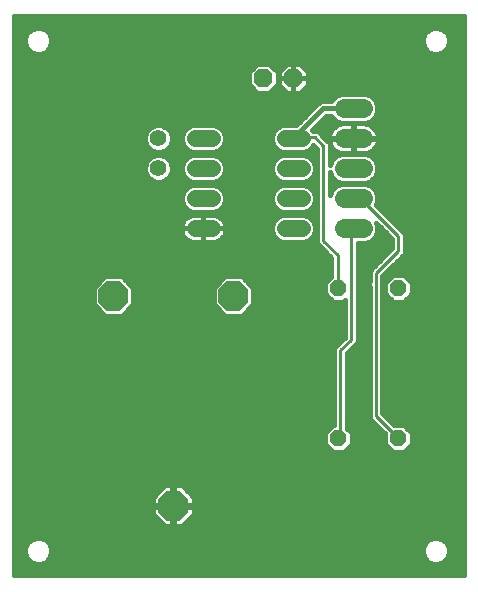
<source format=gbl>
G75*
%MOIN*%
%OFA0B0*%
%FSLAX25Y25*%
%IPPOS*%
%LPD*%
%AMOC8*
5,1,8,0,0,1.08239X$1,22.5*
%
%ADD10OC8,0.10000*%
%ADD11OC8,0.06300*%
%ADD12C,0.05600*%
%ADD13OC8,0.05600*%
%ADD14C,0.06400*%
%ADD15C,0.05600*%
%ADD16C,0.01600*%
%ADD17C,0.01000*%
D10*
X0066800Y0041800D03*
X0046800Y0111800D03*
X0086800Y0111800D03*
D11*
X0096800Y0184300D03*
X0106800Y0184300D03*
D12*
X0104000Y0164300D02*
X0109600Y0164300D01*
X0109600Y0154300D02*
X0104000Y0154300D01*
X0104000Y0144300D02*
X0109600Y0144300D01*
X0109600Y0134300D02*
X0104000Y0134300D01*
X0079600Y0134300D02*
X0074000Y0134300D01*
X0074000Y0144300D02*
X0079600Y0144300D01*
X0079600Y0154300D02*
X0074000Y0154300D01*
X0074000Y0164300D02*
X0079600Y0164300D01*
D13*
X0121800Y0114300D03*
X0141800Y0114300D03*
X0141800Y0064300D03*
X0121800Y0064300D03*
D14*
X0123600Y0134300D02*
X0130000Y0134300D01*
X0130000Y0144300D02*
X0123600Y0144300D01*
X0123600Y0154300D02*
X0130000Y0154300D01*
X0130000Y0164300D02*
X0123600Y0164300D01*
X0123600Y0174300D02*
X0130000Y0174300D01*
D15*
X0061800Y0164300D03*
X0061800Y0154300D03*
D16*
X0013600Y0204961D02*
X0013600Y0018600D01*
X0163701Y0018600D01*
X0163701Y0204961D01*
X0013600Y0204961D01*
X0013600Y0203417D02*
X0163701Y0203417D01*
X0163701Y0201818D02*
X0013600Y0201818D01*
X0013600Y0200220D02*
X0019055Y0200220D01*
X0019331Y0200495D02*
X0018105Y0199269D01*
X0017441Y0197667D01*
X0017441Y0195933D01*
X0018105Y0194331D01*
X0019331Y0193105D01*
X0020933Y0192441D01*
X0022667Y0192441D01*
X0024269Y0193105D01*
X0025495Y0194331D01*
X0026159Y0195933D01*
X0026159Y0197667D01*
X0025495Y0199269D01*
X0024269Y0200495D01*
X0022667Y0201159D01*
X0020933Y0201159D01*
X0019331Y0200495D01*
X0017836Y0198621D02*
X0013600Y0198621D01*
X0013600Y0197023D02*
X0017441Y0197023D01*
X0017652Y0195424D02*
X0013600Y0195424D01*
X0013600Y0193826D02*
X0018610Y0193826D01*
X0013600Y0192227D02*
X0163701Y0192227D01*
X0163701Y0190629D02*
X0013600Y0190629D01*
X0013600Y0189030D02*
X0094813Y0189030D01*
X0094832Y0189050D02*
X0092050Y0186268D01*
X0092050Y0182332D01*
X0094832Y0179550D01*
X0098768Y0179550D01*
X0101550Y0182332D01*
X0101550Y0186268D01*
X0098768Y0189050D01*
X0094832Y0189050D01*
X0093214Y0187432D02*
X0013600Y0187432D01*
X0013600Y0185833D02*
X0092050Y0185833D01*
X0092050Y0184235D02*
X0013600Y0184235D01*
X0013600Y0182636D02*
X0092050Y0182636D01*
X0093345Y0181038D02*
X0013600Y0181038D01*
X0013600Y0179439D02*
X0104660Y0179439D01*
X0104750Y0179350D02*
X0106800Y0179350D01*
X0108850Y0179350D01*
X0111750Y0182250D01*
X0111750Y0184300D01*
X0111750Y0186350D01*
X0108850Y0189250D01*
X0106800Y0189250D01*
X0106800Y0184300D01*
X0111750Y0184300D01*
X0106800Y0184300D01*
X0106800Y0184300D01*
X0106800Y0184300D01*
X0106800Y0179350D01*
X0106800Y0184300D01*
X0106800Y0184300D01*
X0106800Y0184300D01*
X0101850Y0184300D01*
X0101850Y0186350D01*
X0104750Y0189250D01*
X0106800Y0189250D01*
X0106800Y0184300D01*
X0101850Y0184300D01*
X0101850Y0182250D01*
X0104750Y0179350D01*
X0106800Y0179439D02*
X0106800Y0179439D01*
X0106800Y0181038D02*
X0106800Y0181038D01*
X0106800Y0182636D02*
X0106800Y0182636D01*
X0106800Y0184235D02*
X0106800Y0184235D01*
X0106800Y0185833D02*
X0106800Y0185833D01*
X0106800Y0187432D02*
X0106800Y0187432D01*
X0106800Y0189030D02*
X0106800Y0189030D01*
X0104530Y0189030D02*
X0098787Y0189030D01*
X0100386Y0187432D02*
X0102931Y0187432D01*
X0101850Y0185833D02*
X0101550Y0185833D01*
X0101550Y0184235D02*
X0101850Y0184235D01*
X0101850Y0182636D02*
X0101550Y0182636D01*
X0100255Y0181038D02*
X0103062Y0181038D01*
X0108940Y0179439D02*
X0163701Y0179439D01*
X0163701Y0177841D02*
X0133247Y0177841D01*
X0132719Y0178369D02*
X0130955Y0179100D01*
X0122645Y0179100D01*
X0120881Y0178369D01*
X0119531Y0177019D01*
X0119399Y0176700D01*
X0116323Y0176700D01*
X0115441Y0176335D01*
X0107806Y0168700D01*
X0103125Y0168700D01*
X0101508Y0168030D01*
X0100270Y0166792D01*
X0099600Y0165175D01*
X0099600Y0163425D01*
X0100270Y0161808D01*
X0101508Y0160570D01*
X0103125Y0159900D01*
X0110475Y0159900D01*
X0112092Y0160570D01*
X0113330Y0161808D01*
X0113474Y0162156D01*
X0114700Y0160930D01*
X0114700Y0129330D01*
X0115930Y0128100D01*
X0115930Y0128100D01*
X0119500Y0124530D01*
X0119500Y0118223D01*
X0117400Y0116123D01*
X0117400Y0112477D01*
X0119977Y0109900D01*
X0123623Y0109900D01*
X0124000Y0110277D01*
X0124000Y0098070D01*
X0120400Y0094470D01*
X0120400Y0068700D01*
X0119977Y0068700D01*
X0117400Y0066123D01*
X0117400Y0062477D01*
X0119977Y0059900D01*
X0123623Y0059900D01*
X0126200Y0062477D01*
X0126200Y0066123D01*
X0124600Y0067723D01*
X0124600Y0092730D01*
X0126970Y0095100D01*
X0128200Y0096330D01*
X0128200Y0129500D01*
X0130955Y0129500D01*
X0132719Y0130231D01*
X0134069Y0131581D01*
X0134800Y0133345D01*
X0134800Y0135255D01*
X0134393Y0136237D01*
X0139700Y0130930D01*
X0139700Y0127670D01*
X0133430Y0121400D01*
X0132200Y0120170D01*
X0132200Y0116770D01*
X0132100Y0116670D01*
X0132100Y0114930D01*
X0132200Y0114830D01*
X0132200Y0070930D01*
X0137400Y0065730D01*
X0137400Y0062477D01*
X0139977Y0059900D01*
X0143623Y0059900D01*
X0146200Y0062477D01*
X0146200Y0066123D01*
X0143623Y0068700D01*
X0140370Y0068700D01*
X0136400Y0072670D01*
X0136400Y0118430D01*
X0143900Y0125930D01*
X0143900Y0132670D01*
X0142670Y0133900D01*
X0134339Y0142231D01*
X0134800Y0143345D01*
X0134800Y0145255D01*
X0134069Y0147019D01*
X0132719Y0148369D01*
X0130955Y0149100D01*
X0122645Y0149100D01*
X0120881Y0148369D01*
X0119531Y0147019D01*
X0118900Y0145496D01*
X0118900Y0153104D01*
X0119531Y0151581D01*
X0120881Y0150231D01*
X0122645Y0149500D01*
X0130955Y0149500D01*
X0132719Y0150231D01*
X0134069Y0151581D01*
X0134800Y0153345D01*
X0134800Y0155255D01*
X0134069Y0157019D01*
X0132719Y0158369D01*
X0130955Y0159100D01*
X0122645Y0159100D01*
X0120881Y0158369D01*
X0119531Y0157019D01*
X0118900Y0155496D01*
X0118900Y0162585D01*
X0118966Y0162381D01*
X0119324Y0161679D01*
X0119786Y0161043D01*
X0120343Y0160486D01*
X0120979Y0160024D01*
X0121681Y0159666D01*
X0122429Y0159423D01*
X0123206Y0159300D01*
X0126600Y0159300D01*
X0126600Y0164100D01*
X0118600Y0164100D01*
X0118600Y0163906D01*
X0118723Y0163129D01*
X0118859Y0162711D01*
X0117670Y0163900D01*
X0114870Y0166700D01*
X0113368Y0166700D01*
X0113330Y0166792D01*
X0113008Y0167114D01*
X0117794Y0171900D01*
X0119399Y0171900D01*
X0119531Y0171581D01*
X0120881Y0170231D01*
X0122645Y0169500D01*
X0130955Y0169500D01*
X0132719Y0170231D01*
X0134069Y0171581D01*
X0134800Y0173345D01*
X0134800Y0175255D01*
X0134069Y0177019D01*
X0132719Y0178369D01*
X0134391Y0176242D02*
X0163701Y0176242D01*
X0163701Y0174644D02*
X0134800Y0174644D01*
X0134676Y0173045D02*
X0163701Y0173045D01*
X0163701Y0171447D02*
X0133935Y0171447D01*
X0131795Y0169848D02*
X0163701Y0169848D01*
X0163701Y0168250D02*
X0133070Y0168250D01*
X0133257Y0168114D02*
X0132621Y0168576D01*
X0131919Y0168934D01*
X0131171Y0169177D01*
X0130394Y0169300D01*
X0127000Y0169300D01*
X0127000Y0164500D01*
X0126600Y0164500D01*
X0126600Y0169300D01*
X0123206Y0169300D01*
X0122429Y0169177D01*
X0121681Y0168934D01*
X0120979Y0168576D01*
X0120343Y0168114D01*
X0119786Y0167557D01*
X0119324Y0166921D01*
X0118966Y0166219D01*
X0118723Y0165471D01*
X0118600Y0164694D01*
X0118600Y0164500D01*
X0126600Y0164500D01*
X0126600Y0164100D01*
X0127000Y0164100D01*
X0127000Y0164500D01*
X0135000Y0164500D01*
X0135000Y0164694D01*
X0134877Y0165471D01*
X0134634Y0166219D01*
X0134276Y0166921D01*
X0133814Y0167557D01*
X0133257Y0168114D01*
X0134414Y0166651D02*
X0163701Y0166651D01*
X0163701Y0165053D02*
X0134943Y0165053D01*
X0135000Y0164100D02*
X0127000Y0164100D01*
X0127000Y0159300D01*
X0130394Y0159300D01*
X0131171Y0159423D01*
X0131919Y0159666D01*
X0132621Y0160024D01*
X0133257Y0160486D01*
X0133814Y0161043D01*
X0134276Y0161679D01*
X0134634Y0162381D01*
X0134877Y0163129D01*
X0135000Y0163906D01*
X0135000Y0164100D01*
X0134928Y0163454D02*
X0163701Y0163454D01*
X0163701Y0161856D02*
X0134366Y0161856D01*
X0132942Y0160257D02*
X0163701Y0160257D01*
X0163701Y0158659D02*
X0132020Y0158659D01*
X0134028Y0157060D02*
X0163701Y0157060D01*
X0163701Y0155462D02*
X0134714Y0155462D01*
X0134800Y0153863D02*
X0163701Y0153863D01*
X0163701Y0152265D02*
X0134352Y0152265D01*
X0133154Y0150666D02*
X0163701Y0150666D01*
X0163701Y0149068D02*
X0131033Y0149068D01*
X0133619Y0147469D02*
X0163701Y0147469D01*
X0163701Y0145870D02*
X0134545Y0145870D01*
X0134800Y0144272D02*
X0163701Y0144272D01*
X0163701Y0142673D02*
X0134522Y0142673D01*
X0135495Y0141075D02*
X0163701Y0141075D01*
X0163701Y0139476D02*
X0137093Y0139476D01*
X0138692Y0137878D02*
X0163701Y0137878D01*
X0163701Y0136279D02*
X0140290Y0136279D01*
X0141889Y0134681D02*
X0163701Y0134681D01*
X0163701Y0133082D02*
X0143487Y0133082D01*
X0143900Y0131484D02*
X0163701Y0131484D01*
X0163701Y0129885D02*
X0143900Y0129885D01*
X0143900Y0128287D02*
X0163701Y0128287D01*
X0163701Y0126688D02*
X0143900Y0126688D01*
X0143060Y0125090D02*
X0163701Y0125090D01*
X0163701Y0123491D02*
X0141461Y0123491D01*
X0139863Y0121893D02*
X0163701Y0121893D01*
X0163701Y0120294D02*
X0138264Y0120294D01*
X0136666Y0118696D02*
X0139973Y0118696D01*
X0139977Y0118700D02*
X0137400Y0116123D01*
X0137400Y0112477D01*
X0139977Y0109900D01*
X0143623Y0109900D01*
X0146200Y0112477D01*
X0146200Y0116123D01*
X0143623Y0118700D01*
X0139977Y0118700D01*
X0138375Y0117097D02*
X0136400Y0117097D01*
X0136400Y0115499D02*
X0137400Y0115499D01*
X0137400Y0113900D02*
X0136400Y0113900D01*
X0136400Y0112302D02*
X0137576Y0112302D01*
X0136400Y0110703D02*
X0139174Y0110703D01*
X0136400Y0109105D02*
X0163701Y0109105D01*
X0163701Y0110703D02*
X0144426Y0110703D01*
X0146024Y0112302D02*
X0163701Y0112302D01*
X0163701Y0113900D02*
X0146200Y0113900D01*
X0146200Y0115499D02*
X0163701Y0115499D01*
X0163701Y0117097D02*
X0145225Y0117097D01*
X0143627Y0118696D02*
X0163701Y0118696D01*
X0163701Y0107506D02*
X0136400Y0107506D01*
X0136400Y0105908D02*
X0163701Y0105908D01*
X0163701Y0104309D02*
X0136400Y0104309D01*
X0136400Y0102711D02*
X0163701Y0102711D01*
X0163701Y0101112D02*
X0136400Y0101112D01*
X0136400Y0099514D02*
X0163701Y0099514D01*
X0163701Y0097915D02*
X0136400Y0097915D01*
X0136400Y0096317D02*
X0163701Y0096317D01*
X0163701Y0094718D02*
X0136400Y0094718D01*
X0136400Y0093120D02*
X0163701Y0093120D01*
X0163701Y0091521D02*
X0136400Y0091521D01*
X0136400Y0089923D02*
X0163701Y0089923D01*
X0163701Y0088324D02*
X0136400Y0088324D01*
X0136400Y0086726D02*
X0163701Y0086726D01*
X0163701Y0085127D02*
X0136400Y0085127D01*
X0136400Y0083529D02*
X0163701Y0083529D01*
X0163701Y0081930D02*
X0136400Y0081930D01*
X0136400Y0080332D02*
X0163701Y0080332D01*
X0163701Y0078733D02*
X0136400Y0078733D01*
X0136400Y0077134D02*
X0163701Y0077134D01*
X0163701Y0075536D02*
X0136400Y0075536D01*
X0136400Y0073937D02*
X0163701Y0073937D01*
X0163701Y0072339D02*
X0136731Y0072339D01*
X0138329Y0070740D02*
X0163701Y0070740D01*
X0163701Y0069142D02*
X0139928Y0069142D01*
X0137185Y0065945D02*
X0126200Y0065945D01*
X0126200Y0064346D02*
X0137400Y0064346D01*
X0137400Y0062748D02*
X0126200Y0062748D01*
X0124872Y0061149D02*
X0138728Y0061149D01*
X0135587Y0067543D02*
X0124779Y0067543D01*
X0124600Y0069142D02*
X0133988Y0069142D01*
X0132390Y0070740D02*
X0124600Y0070740D01*
X0124600Y0072339D02*
X0132200Y0072339D01*
X0132200Y0073937D02*
X0124600Y0073937D01*
X0124600Y0075536D02*
X0132200Y0075536D01*
X0132200Y0077134D02*
X0124600Y0077134D01*
X0124600Y0078733D02*
X0132200Y0078733D01*
X0132200Y0080332D02*
X0124600Y0080332D01*
X0124600Y0081930D02*
X0132200Y0081930D01*
X0132200Y0083529D02*
X0124600Y0083529D01*
X0124600Y0085127D02*
X0132200Y0085127D01*
X0132200Y0086726D02*
X0124600Y0086726D01*
X0124600Y0088324D02*
X0132200Y0088324D01*
X0132200Y0089923D02*
X0124600Y0089923D01*
X0124600Y0091521D02*
X0132200Y0091521D01*
X0132200Y0093120D02*
X0124989Y0093120D01*
X0126588Y0094718D02*
X0132200Y0094718D01*
X0132200Y0096317D02*
X0128186Y0096317D01*
X0128200Y0097915D02*
X0132200Y0097915D01*
X0132200Y0099514D02*
X0128200Y0099514D01*
X0128200Y0101112D02*
X0132200Y0101112D01*
X0132200Y0102711D02*
X0128200Y0102711D01*
X0128200Y0104309D02*
X0132200Y0104309D01*
X0132200Y0105908D02*
X0128200Y0105908D01*
X0128200Y0107506D02*
X0132200Y0107506D01*
X0132200Y0109105D02*
X0128200Y0109105D01*
X0128200Y0110703D02*
X0132200Y0110703D01*
X0132200Y0112302D02*
X0128200Y0112302D01*
X0128200Y0113900D02*
X0132200Y0113900D01*
X0132100Y0115499D02*
X0128200Y0115499D01*
X0128200Y0117097D02*
X0132200Y0117097D01*
X0132200Y0118696D02*
X0128200Y0118696D01*
X0128200Y0120294D02*
X0132324Y0120294D01*
X0133923Y0121893D02*
X0128200Y0121893D01*
X0128200Y0123491D02*
X0135521Y0123491D01*
X0137120Y0125090D02*
X0128200Y0125090D01*
X0128200Y0126688D02*
X0138719Y0126688D01*
X0139700Y0128287D02*
X0128200Y0128287D01*
X0131885Y0129885D02*
X0139700Y0129885D01*
X0139146Y0131484D02*
X0133972Y0131484D01*
X0134691Y0133082D02*
X0137548Y0133082D01*
X0135949Y0134681D02*
X0134800Y0134681D01*
X0122567Y0149068D02*
X0118900Y0149068D01*
X0118900Y0150666D02*
X0120446Y0150666D01*
X0119248Y0152265D02*
X0118900Y0152265D01*
X0114700Y0152265D02*
X0113519Y0152265D01*
X0113330Y0151808D02*
X0114000Y0153425D01*
X0114000Y0155175D01*
X0113330Y0156792D01*
X0112092Y0158030D01*
X0110475Y0158700D01*
X0103125Y0158700D01*
X0101508Y0158030D01*
X0100270Y0156792D01*
X0099600Y0155175D01*
X0099600Y0153425D01*
X0100270Y0151808D01*
X0101508Y0150570D01*
X0103125Y0149900D01*
X0110475Y0149900D01*
X0112092Y0150570D01*
X0113330Y0151808D01*
X0112189Y0150666D02*
X0114700Y0150666D01*
X0114700Y0149068D02*
X0013600Y0149068D01*
X0013600Y0150666D02*
X0059211Y0150666D01*
X0059308Y0150570D02*
X0060925Y0149900D01*
X0062675Y0149900D01*
X0064292Y0150570D01*
X0065530Y0151808D01*
X0066200Y0153425D01*
X0066200Y0155175D01*
X0065530Y0156792D01*
X0064292Y0158030D01*
X0062675Y0158700D01*
X0060925Y0158700D01*
X0059308Y0158030D01*
X0058070Y0156792D01*
X0057400Y0155175D01*
X0057400Y0153425D01*
X0058070Y0151808D01*
X0059308Y0150570D01*
X0057881Y0152265D02*
X0013600Y0152265D01*
X0013600Y0153863D02*
X0057400Y0153863D01*
X0057519Y0155462D02*
X0013600Y0155462D01*
X0013600Y0157060D02*
X0058338Y0157060D01*
X0060825Y0158659D02*
X0013600Y0158659D01*
X0013600Y0160257D02*
X0060063Y0160257D01*
X0059308Y0160570D02*
X0060925Y0159900D01*
X0062675Y0159900D01*
X0064292Y0160570D01*
X0065530Y0161808D01*
X0066200Y0163425D01*
X0066200Y0165175D01*
X0065530Y0166792D01*
X0064292Y0168030D01*
X0062675Y0168700D01*
X0060925Y0168700D01*
X0059308Y0168030D01*
X0058070Y0166792D01*
X0057400Y0165175D01*
X0057400Y0163425D01*
X0058070Y0161808D01*
X0059308Y0160570D01*
X0058050Y0161856D02*
X0013600Y0161856D01*
X0013600Y0163454D02*
X0057400Y0163454D01*
X0057400Y0165053D02*
X0013600Y0165053D01*
X0013600Y0166651D02*
X0058011Y0166651D01*
X0059838Y0168250D02*
X0013600Y0168250D01*
X0013600Y0169848D02*
X0108954Y0169848D01*
X0110553Y0171447D02*
X0013600Y0171447D01*
X0013600Y0173045D02*
X0112151Y0173045D01*
X0113750Y0174644D02*
X0013600Y0174644D01*
X0013600Y0176242D02*
X0115348Y0176242D01*
X0116800Y0174300D02*
X0106800Y0164300D01*
X0102263Y0160257D02*
X0081337Y0160257D01*
X0082092Y0160570D02*
X0083330Y0161808D01*
X0084000Y0163425D01*
X0084000Y0165175D01*
X0083330Y0166792D01*
X0082092Y0168030D01*
X0080475Y0168700D01*
X0073125Y0168700D01*
X0071508Y0168030D01*
X0070270Y0166792D01*
X0069600Y0165175D01*
X0069600Y0163425D01*
X0070270Y0161808D01*
X0071508Y0160570D01*
X0073125Y0159900D01*
X0080475Y0159900D01*
X0082092Y0160570D01*
X0083350Y0161856D02*
X0100250Y0161856D01*
X0099600Y0163454D02*
X0084000Y0163454D01*
X0084000Y0165053D02*
X0099600Y0165053D01*
X0100211Y0166651D02*
X0083389Y0166651D01*
X0081562Y0168250D02*
X0102038Y0168250D01*
X0103025Y0158659D02*
X0080575Y0158659D01*
X0080475Y0158700D02*
X0082092Y0158030D01*
X0083330Y0156792D01*
X0084000Y0155175D01*
X0084000Y0153425D01*
X0083330Y0151808D01*
X0082092Y0150570D01*
X0080475Y0149900D01*
X0073125Y0149900D01*
X0071508Y0150570D01*
X0070270Y0151808D01*
X0069600Y0153425D01*
X0069600Y0155175D01*
X0070270Y0156792D01*
X0071508Y0158030D01*
X0073125Y0158700D01*
X0080475Y0158700D01*
X0083062Y0157060D02*
X0100538Y0157060D01*
X0099719Y0155462D02*
X0083881Y0155462D01*
X0084000Y0153863D02*
X0099600Y0153863D01*
X0100081Y0152265D02*
X0083519Y0152265D01*
X0082189Y0150666D02*
X0101411Y0150666D01*
X0103125Y0148700D02*
X0101508Y0148030D01*
X0100270Y0146792D01*
X0099600Y0145175D01*
X0099600Y0143425D01*
X0100270Y0141808D01*
X0101508Y0140570D01*
X0103125Y0139900D01*
X0110475Y0139900D01*
X0112092Y0140570D01*
X0113330Y0141808D01*
X0114000Y0143425D01*
X0114000Y0145175D01*
X0113330Y0146792D01*
X0112092Y0148030D01*
X0110475Y0148700D01*
X0103125Y0148700D01*
X0100946Y0147469D02*
X0082654Y0147469D01*
X0082092Y0148030D02*
X0083330Y0146792D01*
X0084000Y0145175D01*
X0084000Y0143425D01*
X0083330Y0141808D01*
X0082092Y0140570D01*
X0080475Y0139900D01*
X0073125Y0139900D01*
X0071508Y0140570D01*
X0070270Y0141808D01*
X0069600Y0143425D01*
X0069600Y0145175D01*
X0070270Y0146792D01*
X0071508Y0148030D01*
X0073125Y0148700D01*
X0080475Y0148700D01*
X0082092Y0148030D01*
X0083712Y0145870D02*
X0099888Y0145870D01*
X0099600Y0144272D02*
X0084000Y0144272D01*
X0083689Y0142673D02*
X0099911Y0142673D01*
X0101002Y0141075D02*
X0082597Y0141075D01*
X0081366Y0138563D02*
X0080677Y0138787D01*
X0079962Y0138900D01*
X0076800Y0138900D01*
X0076800Y0134300D01*
X0076800Y0134300D01*
X0084200Y0134300D01*
X0084200Y0134662D01*
X0084087Y0135377D01*
X0083863Y0136066D01*
X0083534Y0136711D01*
X0083109Y0137297D01*
X0082597Y0137809D01*
X0082011Y0138234D01*
X0081366Y0138563D01*
X0082501Y0137878D02*
X0101355Y0137878D01*
X0101508Y0138030D02*
X0100270Y0136792D01*
X0099600Y0135175D01*
X0099600Y0133425D01*
X0100270Y0131808D01*
X0101508Y0130570D01*
X0103125Y0129900D01*
X0110475Y0129900D01*
X0112092Y0130570D01*
X0113330Y0131808D01*
X0114000Y0133425D01*
X0114000Y0135175D01*
X0113330Y0136792D01*
X0112092Y0138030D01*
X0110475Y0138700D01*
X0103125Y0138700D01*
X0101508Y0138030D01*
X0100057Y0136279D02*
X0083754Y0136279D01*
X0084197Y0134681D02*
X0099600Y0134681D01*
X0099742Y0133082D02*
X0084041Y0133082D01*
X0084087Y0133223D02*
X0084200Y0133938D01*
X0084200Y0134300D01*
X0076800Y0134300D01*
X0076800Y0134300D01*
X0076800Y0129700D01*
X0079962Y0129700D01*
X0080677Y0129813D01*
X0081366Y0130037D01*
X0082011Y0130366D01*
X0082597Y0130791D01*
X0083109Y0131303D01*
X0083534Y0131889D01*
X0083863Y0132534D01*
X0084087Y0133223D01*
X0083240Y0131484D02*
X0100594Y0131484D01*
X0112245Y0137878D02*
X0114700Y0137878D01*
X0114700Y0139476D02*
X0013600Y0139476D01*
X0013600Y0137878D02*
X0071099Y0137878D01*
X0071003Y0137809D02*
X0070491Y0137297D01*
X0070066Y0136711D01*
X0069737Y0136066D01*
X0069513Y0135377D01*
X0069400Y0134662D01*
X0069400Y0134300D01*
X0076800Y0134300D01*
X0076800Y0134300D01*
X0076800Y0134300D01*
X0076800Y0138900D01*
X0073638Y0138900D01*
X0072923Y0138787D01*
X0072234Y0138563D01*
X0071589Y0138234D01*
X0071003Y0137809D01*
X0069846Y0136279D02*
X0013600Y0136279D01*
X0013600Y0134681D02*
X0069403Y0134681D01*
X0069400Y0134300D02*
X0069400Y0133938D01*
X0069513Y0133223D01*
X0069737Y0132534D01*
X0070066Y0131889D01*
X0070491Y0131303D01*
X0071003Y0130791D01*
X0071589Y0130366D01*
X0072234Y0130037D01*
X0072923Y0129813D01*
X0073638Y0129700D01*
X0076800Y0129700D01*
X0076800Y0134300D01*
X0069400Y0134300D01*
X0069559Y0133082D02*
X0013600Y0133082D01*
X0013600Y0131484D02*
X0070360Y0131484D01*
X0072701Y0129885D02*
X0013600Y0129885D01*
X0013600Y0128287D02*
X0115743Y0128287D01*
X0114700Y0129885D02*
X0080899Y0129885D01*
X0076800Y0129885D02*
X0076800Y0129885D01*
X0076800Y0131484D02*
X0076800Y0131484D01*
X0076800Y0133082D02*
X0076800Y0133082D01*
X0076800Y0134681D02*
X0076800Y0134681D01*
X0076800Y0136279D02*
X0076800Y0136279D01*
X0076800Y0137878D02*
X0076800Y0137878D01*
X0071002Y0141075D02*
X0013600Y0141075D01*
X0013600Y0142673D02*
X0069911Y0142673D01*
X0069600Y0144272D02*
X0013600Y0144272D01*
X0013600Y0145870D02*
X0069888Y0145870D01*
X0070946Y0147469D02*
X0013600Y0147469D01*
X0013600Y0126688D02*
X0117342Y0126688D01*
X0118940Y0125090D02*
X0013600Y0125090D01*
X0013600Y0123491D02*
X0119500Y0123491D01*
X0119500Y0121893D02*
X0013600Y0121893D01*
X0013600Y0120294D02*
X0119500Y0120294D01*
X0119500Y0118696D02*
X0013600Y0118696D01*
X0013600Y0117097D02*
X0042763Y0117097D01*
X0044066Y0118400D02*
X0040200Y0114534D01*
X0040200Y0109066D01*
X0044066Y0105200D01*
X0049534Y0105200D01*
X0053400Y0109066D01*
X0053400Y0114534D01*
X0049534Y0118400D01*
X0044066Y0118400D01*
X0041165Y0115499D02*
X0013600Y0115499D01*
X0013600Y0113900D02*
X0040200Y0113900D01*
X0040200Y0112302D02*
X0013600Y0112302D01*
X0013600Y0110703D02*
X0040200Y0110703D01*
X0040200Y0109105D02*
X0013600Y0109105D01*
X0013600Y0107506D02*
X0041760Y0107506D01*
X0043358Y0105908D02*
X0013600Y0105908D01*
X0013600Y0104309D02*
X0124000Y0104309D01*
X0124000Y0102711D02*
X0013600Y0102711D01*
X0013600Y0101112D02*
X0124000Y0101112D01*
X0124000Y0099514D02*
X0013600Y0099514D01*
X0013600Y0097915D02*
X0123845Y0097915D01*
X0122247Y0096317D02*
X0013600Y0096317D01*
X0013600Y0094718D02*
X0120648Y0094718D01*
X0120400Y0093120D02*
X0013600Y0093120D01*
X0013600Y0091521D02*
X0120400Y0091521D01*
X0120400Y0089923D02*
X0013600Y0089923D01*
X0013600Y0088324D02*
X0120400Y0088324D01*
X0120400Y0086726D02*
X0013600Y0086726D01*
X0013600Y0085127D02*
X0120400Y0085127D01*
X0120400Y0083529D02*
X0013600Y0083529D01*
X0013600Y0081930D02*
X0120400Y0081930D01*
X0120400Y0080332D02*
X0013600Y0080332D01*
X0013600Y0078733D02*
X0120400Y0078733D01*
X0120400Y0077134D02*
X0013600Y0077134D01*
X0013600Y0075536D02*
X0120400Y0075536D01*
X0120400Y0073937D02*
X0013600Y0073937D01*
X0013600Y0072339D02*
X0120400Y0072339D01*
X0120400Y0070740D02*
X0013600Y0070740D01*
X0013600Y0069142D02*
X0120400Y0069142D01*
X0118821Y0067543D02*
X0013600Y0067543D01*
X0013600Y0065945D02*
X0117400Y0065945D01*
X0117400Y0064346D02*
X0013600Y0064346D01*
X0013600Y0062748D02*
X0117400Y0062748D01*
X0118728Y0061149D02*
X0013600Y0061149D01*
X0013600Y0059551D02*
X0163701Y0059551D01*
X0163701Y0061149D02*
X0144872Y0061149D01*
X0146200Y0062748D02*
X0163701Y0062748D01*
X0163701Y0064346D02*
X0146200Y0064346D01*
X0146200Y0065945D02*
X0163701Y0065945D01*
X0163701Y0067543D02*
X0144779Y0067543D01*
X0163701Y0057952D02*
X0013600Y0057952D01*
X0013600Y0056354D02*
X0163701Y0056354D01*
X0163701Y0054755D02*
X0013600Y0054755D01*
X0013600Y0053157D02*
X0163701Y0053157D01*
X0163701Y0051558D02*
X0013600Y0051558D01*
X0013600Y0049960D02*
X0163701Y0049960D01*
X0163701Y0048361D02*
X0069855Y0048361D01*
X0069617Y0048600D02*
X0067100Y0048600D01*
X0067100Y0042100D01*
X0073600Y0042100D01*
X0073600Y0044617D01*
X0069617Y0048600D01*
X0067100Y0048361D02*
X0066500Y0048361D01*
X0066500Y0048600D02*
X0063983Y0048600D01*
X0060000Y0044617D01*
X0060000Y0042100D01*
X0066500Y0042100D01*
X0066500Y0048600D01*
X0066500Y0046763D02*
X0067100Y0046763D01*
X0067100Y0045164D02*
X0066500Y0045164D01*
X0066500Y0043566D02*
X0067100Y0043566D01*
X0067100Y0042100D02*
X0066500Y0042100D01*
X0066500Y0041500D01*
X0067100Y0041500D01*
X0067100Y0042100D01*
X0067100Y0041967D02*
X0163701Y0041967D01*
X0163701Y0040369D02*
X0073600Y0040369D01*
X0073600Y0041500D02*
X0073600Y0038983D01*
X0069617Y0035000D01*
X0067100Y0035000D01*
X0067100Y0041500D01*
X0073600Y0041500D01*
X0073600Y0043566D02*
X0163701Y0043566D01*
X0163701Y0045164D02*
X0073052Y0045164D01*
X0071454Y0046763D02*
X0163701Y0046763D01*
X0163701Y0038770D02*
X0073387Y0038770D01*
X0071788Y0037172D02*
X0163701Y0037172D01*
X0163701Y0035573D02*
X0070190Y0035573D01*
X0067100Y0035573D02*
X0066500Y0035573D01*
X0066500Y0035000D02*
X0066500Y0041500D01*
X0060000Y0041500D01*
X0060000Y0038983D01*
X0063983Y0035000D01*
X0066500Y0035000D01*
X0066500Y0037172D02*
X0067100Y0037172D01*
X0067100Y0038770D02*
X0066500Y0038770D01*
X0066500Y0040369D02*
X0067100Y0040369D01*
X0066500Y0041967D02*
X0013600Y0041967D01*
X0013600Y0040369D02*
X0060000Y0040369D01*
X0060213Y0038770D02*
X0013600Y0038770D01*
X0013600Y0037172D02*
X0061812Y0037172D01*
X0063410Y0035573D02*
X0013600Y0035573D01*
X0013600Y0033975D02*
X0163701Y0033975D01*
X0163701Y0032376D02*
X0013600Y0032376D01*
X0013600Y0030778D02*
X0020012Y0030778D01*
X0019331Y0030495D02*
X0020933Y0031159D01*
X0022667Y0031159D01*
X0024269Y0030495D01*
X0025495Y0029269D01*
X0026159Y0027667D01*
X0026159Y0025933D01*
X0025495Y0024331D01*
X0024269Y0023105D01*
X0022667Y0022441D01*
X0020933Y0022441D01*
X0019331Y0023105D01*
X0018105Y0024331D01*
X0017441Y0025933D01*
X0017441Y0027667D01*
X0018105Y0029269D01*
X0019331Y0030495D01*
X0018067Y0029179D02*
X0013600Y0029179D01*
X0013600Y0027581D02*
X0017441Y0027581D01*
X0017441Y0025982D02*
X0013600Y0025982D01*
X0013600Y0024384D02*
X0018083Y0024384D01*
X0020102Y0022785D02*
X0013600Y0022785D01*
X0013600Y0021187D02*
X0163701Y0021187D01*
X0163701Y0022785D02*
X0155998Y0022785D01*
X0156769Y0023105D02*
X0157995Y0024331D01*
X0158659Y0025933D01*
X0158659Y0027667D01*
X0157995Y0029269D01*
X0156769Y0030495D01*
X0155167Y0031159D01*
X0153433Y0031159D01*
X0151831Y0030495D01*
X0150605Y0029269D01*
X0149941Y0027667D01*
X0149941Y0025933D01*
X0150605Y0024331D01*
X0151831Y0023105D01*
X0153433Y0022441D01*
X0155167Y0022441D01*
X0156769Y0023105D01*
X0158017Y0024384D02*
X0163701Y0024384D01*
X0163701Y0025982D02*
X0158659Y0025982D01*
X0158659Y0027581D02*
X0163701Y0027581D01*
X0163701Y0029179D02*
X0158033Y0029179D01*
X0156088Y0030778D02*
X0163701Y0030778D01*
X0163701Y0019588D02*
X0013600Y0019588D01*
X0023498Y0022785D02*
X0152602Y0022785D01*
X0150583Y0024384D02*
X0025517Y0024384D01*
X0026159Y0025982D02*
X0149941Y0025982D01*
X0149941Y0027581D02*
X0026159Y0027581D01*
X0025533Y0029179D02*
X0150567Y0029179D01*
X0152512Y0030778D02*
X0023588Y0030778D01*
X0013600Y0043566D02*
X0060000Y0043566D01*
X0060548Y0045164D02*
X0013600Y0045164D01*
X0013600Y0046763D02*
X0062146Y0046763D01*
X0063745Y0048361D02*
X0013600Y0048361D01*
X0050241Y0105908D02*
X0083358Y0105908D01*
X0084066Y0105200D02*
X0089534Y0105200D01*
X0093400Y0109066D01*
X0093400Y0114534D01*
X0089534Y0118400D01*
X0084066Y0118400D01*
X0080200Y0114534D01*
X0080200Y0109066D01*
X0084066Y0105200D01*
X0081760Y0107506D02*
X0051840Y0107506D01*
X0053400Y0109105D02*
X0080200Y0109105D01*
X0080200Y0110703D02*
X0053400Y0110703D01*
X0053400Y0112302D02*
X0080200Y0112302D01*
X0080200Y0113900D02*
X0053400Y0113900D01*
X0052435Y0115499D02*
X0081165Y0115499D01*
X0082763Y0117097D02*
X0050837Y0117097D01*
X0064389Y0150666D02*
X0071411Y0150666D01*
X0070081Y0152265D02*
X0065719Y0152265D01*
X0066200Y0153863D02*
X0069600Y0153863D01*
X0069719Y0155462D02*
X0066081Y0155462D01*
X0065262Y0157060D02*
X0070538Y0157060D01*
X0073025Y0158659D02*
X0062775Y0158659D01*
X0063537Y0160257D02*
X0072263Y0160257D01*
X0070250Y0161856D02*
X0065550Y0161856D01*
X0066200Y0163454D02*
X0069600Y0163454D01*
X0069600Y0165053D02*
X0066200Y0165053D01*
X0065589Y0166651D02*
X0070211Y0166651D01*
X0072038Y0168250D02*
X0063762Y0168250D01*
X0025948Y0195424D02*
X0150152Y0195424D01*
X0149941Y0195933D02*
X0150605Y0194331D01*
X0151831Y0193105D01*
X0153433Y0192441D01*
X0155167Y0192441D01*
X0156769Y0193105D01*
X0157995Y0194331D01*
X0158659Y0195933D01*
X0158659Y0197667D01*
X0157995Y0199269D01*
X0156769Y0200495D01*
X0155167Y0201159D01*
X0153433Y0201159D01*
X0151831Y0200495D01*
X0150605Y0199269D01*
X0149941Y0197667D01*
X0149941Y0195933D01*
X0149941Y0197023D02*
X0026159Y0197023D01*
X0025764Y0198621D02*
X0150336Y0198621D01*
X0151555Y0200220D02*
X0024545Y0200220D01*
X0024990Y0193826D02*
X0151110Y0193826D01*
X0157045Y0200220D02*
X0163701Y0200220D01*
X0163701Y0198621D02*
X0158264Y0198621D01*
X0158659Y0197023D02*
X0163701Y0197023D01*
X0163701Y0195424D02*
X0158448Y0195424D01*
X0157490Y0193826D02*
X0163701Y0193826D01*
X0163701Y0189030D02*
X0109070Y0189030D01*
X0110669Y0187432D02*
X0163701Y0187432D01*
X0163701Y0185833D02*
X0111750Y0185833D01*
X0111750Y0184235D02*
X0163701Y0184235D01*
X0163701Y0182636D02*
X0111750Y0182636D01*
X0110538Y0181038D02*
X0163701Y0181038D01*
X0127000Y0168250D02*
X0126600Y0168250D01*
X0126600Y0166651D02*
X0127000Y0166651D01*
X0127000Y0165053D02*
X0126600Y0165053D01*
X0126600Y0163454D02*
X0127000Y0163454D01*
X0127000Y0161856D02*
X0126600Y0161856D01*
X0126600Y0160257D02*
X0127000Y0160257D01*
X0121580Y0158659D02*
X0118900Y0158659D01*
X0118900Y0160257D02*
X0120658Y0160257D01*
X0119234Y0161856D02*
X0118900Y0161856D01*
X0118672Y0163454D02*
X0118116Y0163454D01*
X0118657Y0165053D02*
X0116517Y0165053D01*
X0114919Y0166651D02*
X0119186Y0166651D01*
X0120530Y0168250D02*
X0114144Y0168250D01*
X0115742Y0169848D02*
X0121805Y0169848D01*
X0119665Y0171447D02*
X0117341Y0171447D01*
X0116800Y0174300D02*
X0126800Y0174300D01*
X0120352Y0177841D02*
X0013600Y0177841D01*
X0090837Y0117097D02*
X0118375Y0117097D01*
X0117400Y0115499D02*
X0092435Y0115499D01*
X0093400Y0113900D02*
X0117400Y0113900D01*
X0117576Y0112302D02*
X0093400Y0112302D01*
X0093400Y0110703D02*
X0119174Y0110703D01*
X0124000Y0109105D02*
X0093400Y0109105D01*
X0091840Y0107506D02*
X0124000Y0107506D01*
X0124000Y0105908D02*
X0090241Y0105908D01*
X0113006Y0131484D02*
X0114700Y0131484D01*
X0114700Y0133082D02*
X0113858Y0133082D01*
X0114000Y0134681D02*
X0114700Y0134681D01*
X0114700Y0136279D02*
X0113543Y0136279D01*
X0112597Y0141075D02*
X0114700Y0141075D01*
X0114700Y0142673D02*
X0113689Y0142673D01*
X0114000Y0144272D02*
X0114700Y0144272D01*
X0114700Y0145870D02*
X0113712Y0145870D01*
X0114700Y0147469D02*
X0112654Y0147469D01*
X0118900Y0147469D02*
X0119981Y0147469D01*
X0119055Y0145870D02*
X0118900Y0145870D01*
X0114700Y0153863D02*
X0114000Y0153863D01*
X0113881Y0155462D02*
X0114700Y0155462D01*
X0114700Y0157060D02*
X0113062Y0157060D01*
X0114700Y0158659D02*
X0110575Y0158659D01*
X0111337Y0160257D02*
X0114700Y0160257D01*
X0113775Y0161856D02*
X0113350Y0161856D01*
X0118900Y0157060D02*
X0119572Y0157060D01*
D17*
X0116800Y0161800D02*
X0116800Y0130200D01*
X0121600Y0125400D01*
X0121600Y0114900D01*
X0121800Y0114300D01*
X0134200Y0115800D02*
X0134300Y0115700D01*
X0134300Y0071800D01*
X0141800Y0064300D01*
X0141400Y0064500D01*
X0122500Y0064500D02*
X0121800Y0064300D01*
X0122500Y0064500D02*
X0122500Y0093600D01*
X0126100Y0097200D01*
X0126100Y0134000D01*
X0126800Y0134300D01*
X0127000Y0143900D02*
X0129700Y0143900D01*
X0141800Y0131800D01*
X0141800Y0126800D01*
X0134300Y0119300D01*
X0134300Y0115700D01*
X0127000Y0143900D02*
X0126800Y0144300D01*
X0116800Y0161800D02*
X0114000Y0164600D01*
X0107200Y0164600D01*
X0106800Y0164300D01*
M02*

</source>
